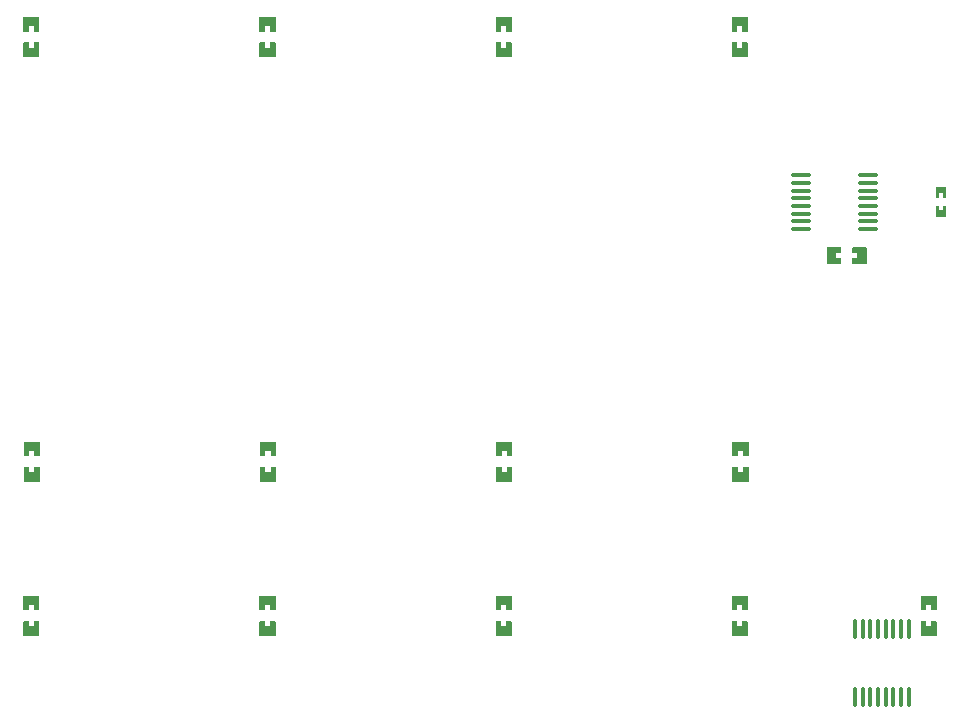
<source format=gbp>
G04 Layer: BottomPasteMaskLayer*
G04 EasyEDA v6.5.23, 2023-08-24 15:40:58*
G04 a67cddfb3fce44daa9051d46cbbcc19f,10*
G04 Gerber Generator version 0.2*
G04 Scale: 100 percent, Rotated: No, Reflected: No *
G04 Dimensions in millimeters *
G04 leading zeros omitted , absolute positions ,4 integer and 5 decimal *
%FSLAX45Y45*%
%MOMM*%

%ADD10O,1.7314926000000002X0.3430016*%
%ADD11O,0.3430016X1.7314926000000002*%

%LPD*%
G36*
X9659975Y7165492D02*
G01*
X9654997Y7160463D01*
X9654997Y7080503D01*
X9659975Y7075474D01*
X9739985Y7075474D01*
X9744964Y7080503D01*
X9744964Y7160463D01*
X9739985Y7165492D01*
X9715804Y7165492D01*
X9715804Y7128459D01*
X9682784Y7128459D01*
X9682784Y7165492D01*
G37*
G36*
X9659975Y7324496D02*
G01*
X9654997Y7319467D01*
X9654997Y7240473D01*
X9659975Y7235494D01*
X9682784Y7235494D01*
X9682784Y7273493D01*
X9715804Y7273493D01*
X9715804Y7235494D01*
X9739985Y7235494D01*
X9744964Y7240473D01*
X9744964Y7319467D01*
X9739985Y7324496D01*
G37*
G36*
X7933994Y3867505D02*
G01*
X7928965Y3862476D01*
X7928965Y3747515D01*
X7933994Y3742486D01*
X7974990Y3741978D01*
X7974990Y3786987D01*
X8019999Y3786987D01*
X8019999Y3742994D01*
X8061959Y3742486D01*
X8066989Y3747515D01*
X8066989Y3862476D01*
X8061959Y3867505D01*
G37*
G36*
X7933994Y3652469D02*
G01*
X7928965Y3647490D01*
X7928965Y3532479D01*
X7933994Y3527501D01*
X8061959Y3527501D01*
X8066989Y3532479D01*
X8066989Y3647490D01*
X8061959Y3652469D01*
X8019999Y3652469D01*
X8019999Y3608019D01*
X7974990Y3608019D01*
X7974990Y3652012D01*
G37*
G36*
X5933998Y3867505D02*
G01*
X5928969Y3862476D01*
X5928969Y3747515D01*
X5933998Y3742486D01*
X5974994Y3741978D01*
X5974994Y3786987D01*
X6020003Y3786987D01*
X6020003Y3742994D01*
X6061964Y3742486D01*
X6066993Y3747515D01*
X6066993Y3862476D01*
X6061964Y3867505D01*
G37*
G36*
X5933998Y3652469D02*
G01*
X5928969Y3647490D01*
X5928969Y3532479D01*
X5933998Y3527501D01*
X6061964Y3527501D01*
X6066993Y3532479D01*
X6066993Y3647490D01*
X6061964Y3652469D01*
X6020003Y3652469D01*
X6020003Y3608019D01*
X5974994Y3608019D01*
X5974994Y3652012D01*
G37*
G36*
X3934002Y3867505D02*
G01*
X3928973Y3862476D01*
X3928973Y3747515D01*
X3934002Y3742486D01*
X3974998Y3741978D01*
X3974998Y3786987D01*
X4020007Y3786987D01*
X4020007Y3742994D01*
X4061968Y3742486D01*
X4066997Y3747515D01*
X4066997Y3862476D01*
X4061968Y3867505D01*
G37*
G36*
X3934002Y3652469D02*
G01*
X3928973Y3647490D01*
X3928973Y3532479D01*
X3934002Y3527501D01*
X4061968Y3527501D01*
X4066997Y3532479D01*
X4066997Y3647490D01*
X4061968Y3652469D01*
X4020007Y3652469D01*
X4020007Y3608019D01*
X3974998Y3608019D01*
X3974998Y3652012D01*
G37*
G36*
X1934006Y3867505D02*
G01*
X1928977Y3862476D01*
X1928977Y3747515D01*
X1934006Y3742486D01*
X1975002Y3741978D01*
X1975002Y3786987D01*
X2020011Y3786987D01*
X2020011Y3742994D01*
X2061972Y3742486D01*
X2067001Y3747515D01*
X2067001Y3862476D01*
X2061972Y3867505D01*
G37*
G36*
X1934006Y3652469D02*
G01*
X1928977Y3647490D01*
X1928977Y3532479D01*
X1934006Y3527501D01*
X2061972Y3527501D01*
X2067001Y3532479D01*
X2067001Y3647490D01*
X2061972Y3652469D01*
X2020011Y3652469D01*
X2020011Y3608019D01*
X1975002Y3608019D01*
X1975002Y3652012D01*
G37*
G36*
X8024977Y4957978D02*
G01*
X8024977Y4912969D01*
X7979968Y4912969D01*
X7979968Y4957013D01*
X7938008Y4957470D01*
X7932978Y4952492D01*
X7932978Y4837480D01*
X7938008Y4832502D01*
X8065973Y4832502D01*
X8071002Y4837480D01*
X8071002Y4952492D01*
X8065973Y4957470D01*
G37*
G36*
X7938008Y5172506D02*
G01*
X7932978Y5167477D01*
X7932978Y5052466D01*
X7938008Y5047488D01*
X7979968Y5047488D01*
X7979968Y5091988D01*
X8024977Y5091988D01*
X8024977Y5047996D01*
X8065973Y5047488D01*
X8071002Y5052466D01*
X8071002Y5167477D01*
X8065973Y5172506D01*
G37*
G36*
X6024981Y4957978D02*
G01*
X6024981Y4912969D01*
X5979972Y4912969D01*
X5979972Y4957013D01*
X5938012Y4957470D01*
X5932982Y4952492D01*
X5932982Y4837480D01*
X5938012Y4832502D01*
X6065977Y4832502D01*
X6071006Y4837480D01*
X6071006Y4952492D01*
X6065977Y4957470D01*
G37*
G36*
X5938012Y5172506D02*
G01*
X5932982Y5167477D01*
X5932982Y5052466D01*
X5938012Y5047488D01*
X5979972Y5047488D01*
X5979972Y5091988D01*
X6024981Y5091988D01*
X6024981Y5047996D01*
X6065977Y5047488D01*
X6071006Y5052466D01*
X6071006Y5167477D01*
X6065977Y5172506D01*
G37*
G36*
X4024985Y4957978D02*
G01*
X4024985Y4912969D01*
X3979976Y4912969D01*
X3979976Y4957013D01*
X3938015Y4957470D01*
X3932986Y4952492D01*
X3932986Y4837480D01*
X3938015Y4832502D01*
X4065981Y4832502D01*
X4071010Y4837480D01*
X4071010Y4952492D01*
X4065981Y4957470D01*
G37*
G36*
X3938015Y5172506D02*
G01*
X3932986Y5167477D01*
X3932986Y5052466D01*
X3938015Y5047488D01*
X3979976Y5047488D01*
X3979976Y5091988D01*
X4024985Y5091988D01*
X4024985Y5047996D01*
X4065981Y5047488D01*
X4071010Y5052466D01*
X4071010Y5167477D01*
X4065981Y5172506D01*
G37*
G36*
X2024989Y4957978D02*
G01*
X2024989Y4912969D01*
X1979980Y4912969D01*
X1979980Y4957013D01*
X1938020Y4957470D01*
X1932990Y4952492D01*
X1932990Y4837480D01*
X1938020Y4832502D01*
X2065985Y4832502D01*
X2071014Y4837480D01*
X2071014Y4952492D01*
X2065985Y4957470D01*
G37*
G36*
X1938020Y5172506D02*
G01*
X1932990Y5167477D01*
X1932990Y5052466D01*
X1938020Y5047488D01*
X1979980Y5047488D01*
X1979980Y5091988D01*
X2024989Y5091988D01*
X2024989Y5047996D01*
X2065985Y5047488D01*
X2071014Y5052466D01*
X2071014Y5167477D01*
X2065985Y5172506D01*
G37*
G36*
X7933994Y8767470D02*
G01*
X7928965Y8762492D01*
X7928965Y8647480D01*
X7933994Y8642502D01*
X7974990Y8641994D01*
X7974990Y8687003D01*
X8019999Y8687003D01*
X8019999Y8642959D01*
X8061959Y8642502D01*
X8066989Y8647480D01*
X8066989Y8762492D01*
X8061959Y8767470D01*
G37*
G36*
X7933994Y8552484D02*
G01*
X7928965Y8547506D01*
X7928965Y8432495D01*
X7933994Y8427466D01*
X8061959Y8427466D01*
X8066989Y8432495D01*
X8066989Y8547506D01*
X8061959Y8552484D01*
X8019999Y8552484D01*
X8019999Y8507984D01*
X7974990Y8507984D01*
X7974990Y8551976D01*
G37*
G36*
X5933998Y8767470D02*
G01*
X5928969Y8762492D01*
X5928969Y8647480D01*
X5933998Y8642502D01*
X5974994Y8641994D01*
X5974994Y8687003D01*
X6020003Y8687003D01*
X6020003Y8642959D01*
X6061964Y8642502D01*
X6066993Y8647480D01*
X6066993Y8762492D01*
X6061964Y8767470D01*
G37*
G36*
X5933998Y8552484D02*
G01*
X5928969Y8547506D01*
X5928969Y8432495D01*
X5933998Y8427466D01*
X6061964Y8427466D01*
X6066993Y8432495D01*
X6066993Y8547506D01*
X6061964Y8552484D01*
X6020003Y8552484D01*
X6020003Y8507984D01*
X5974994Y8507984D01*
X5974994Y8551976D01*
G37*
G36*
X3934002Y8767470D02*
G01*
X3928973Y8762492D01*
X3928973Y8647480D01*
X3934002Y8642502D01*
X3974998Y8641994D01*
X3974998Y8687003D01*
X4020007Y8687003D01*
X4020007Y8642959D01*
X4061968Y8642502D01*
X4066997Y8647480D01*
X4066997Y8762492D01*
X4061968Y8767470D01*
G37*
G36*
X3934002Y8552484D02*
G01*
X3928973Y8547506D01*
X3928973Y8432495D01*
X3934002Y8427466D01*
X4061968Y8427466D01*
X4066997Y8432495D01*
X4066997Y8547506D01*
X4061968Y8552484D01*
X4020007Y8552484D01*
X4020007Y8507984D01*
X3974998Y8507984D01*
X3974998Y8551976D01*
G37*
G36*
X1934006Y8767470D02*
G01*
X1928977Y8762492D01*
X1928977Y8647480D01*
X1934006Y8642502D01*
X1975002Y8641994D01*
X1975002Y8687003D01*
X2020011Y8687003D01*
X2020011Y8642959D01*
X2061972Y8642502D01*
X2067001Y8647480D01*
X2067001Y8762492D01*
X2061972Y8767470D01*
G37*
G36*
X1934006Y8552484D02*
G01*
X1928977Y8547506D01*
X1928977Y8432495D01*
X1934006Y8427466D01*
X2061972Y8427466D01*
X2067001Y8432495D01*
X2067001Y8547506D01*
X2061972Y8552484D01*
X2020011Y8552484D01*
X2020011Y8507984D01*
X1975002Y8507984D01*
X1975002Y8551976D01*
G37*
G36*
X9533991Y3867505D02*
G01*
X9528962Y3862476D01*
X9528962Y3747515D01*
X9533991Y3742486D01*
X9574987Y3741978D01*
X9574987Y3786987D01*
X9619996Y3786987D01*
X9619996Y3742994D01*
X9661956Y3742486D01*
X9666986Y3747515D01*
X9666986Y3862476D01*
X9661956Y3867505D01*
G37*
G36*
X9533991Y3652469D02*
G01*
X9528962Y3647490D01*
X9528962Y3532479D01*
X9533991Y3527501D01*
X9661956Y3527501D01*
X9666986Y3532479D01*
X9666986Y3647490D01*
X9661956Y3652469D01*
X9619996Y3652469D01*
X9619996Y3608019D01*
X9574987Y3608019D01*
X9574987Y3652012D01*
G37*
G36*
X8737498Y6817004D02*
G01*
X8732469Y6811975D01*
X8732469Y6683959D01*
X8737498Y6678980D01*
X8852458Y6678980D01*
X8857488Y6683959D01*
X8857996Y6725005D01*
X8812987Y6725005D01*
X8812987Y6769963D01*
X8856980Y6769963D01*
X8857488Y6811975D01*
X8852458Y6817004D01*
G37*
G36*
X8952484Y6817004D02*
G01*
X8947454Y6811975D01*
X8947505Y6769963D01*
X8992006Y6769963D01*
X8992006Y6725005D01*
X8947962Y6725005D01*
X8947454Y6683959D01*
X8952484Y6678980D01*
X9067495Y6678980D01*
X9072473Y6683959D01*
X9072473Y6811975D01*
X9067495Y6817004D01*
G37*
D10*
G01*
X8513419Y6972477D03*
G01*
X8513419Y7037476D03*
G01*
X8513419Y7102475D03*
G01*
X8513419Y7167498D03*
G01*
X8513419Y7232497D03*
G01*
X8513419Y7297496D03*
G01*
X8513419Y7362494D03*
G01*
X8513419Y7427493D03*
G01*
X9086570Y6972477D03*
G01*
X9086570Y7037476D03*
G01*
X9086570Y7102475D03*
G01*
X9086570Y7167498D03*
G01*
X9086570Y7232497D03*
G01*
X9086570Y7297496D03*
G01*
X9086570Y7362494D03*
G01*
X9086570Y7427493D03*
D11*
G01*
X9427489Y3013405D03*
G01*
X9362490Y3013405D03*
G01*
X9297492Y3013405D03*
G01*
X9232468Y3013405D03*
G01*
X9167469Y3013405D03*
G01*
X9102470Y3013405D03*
G01*
X9037472Y3013405D03*
G01*
X8972473Y3013405D03*
G01*
X9427489Y3586556D03*
G01*
X9362490Y3586556D03*
G01*
X9297492Y3586556D03*
G01*
X9232468Y3586556D03*
G01*
X9167469Y3586556D03*
G01*
X9102470Y3586556D03*
G01*
X9037472Y3586556D03*
G01*
X8972473Y3586556D03*
M02*

</source>
